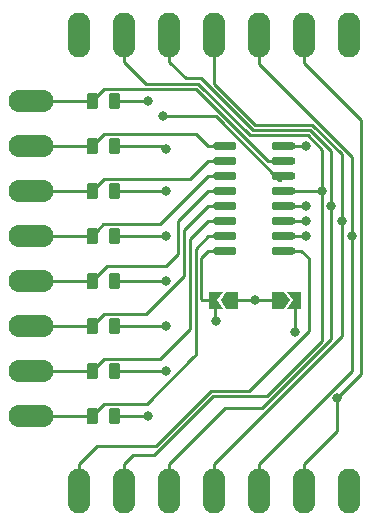
<source format=gbr>
G04 #@! TF.GenerationSoftware,KiCad,Pcbnew,5.1.5-5.1.5*
G04 #@! TF.CreationDate,2020-09-02T20:46:33-05:00*
G04 #@! TF.ProjectId,74HC597-Breakout,37344843-3539-4372-9d42-7265616b6f75,rev?*
G04 #@! TF.SameCoordinates,Original*
G04 #@! TF.FileFunction,Copper,L1,Top*
G04 #@! TF.FilePolarity,Positive*
%FSLAX46Y46*%
G04 Gerber Fmt 4.6, Leading zero omitted, Abs format (unit mm)*
G04 Created by KiCad (PCBNEW 5.1.5-5.1.5) date 2020-09-02 20:46:33*
%MOMM*%
%LPD*%
G04 APERTURE LIST*
%ADD10O,3.810000X1.905000*%
%ADD11O,1.905000X3.810000*%
%ADD12C,0.100000*%
%ADD13C,0.800000*%
%ADD14C,0.250000*%
G04 APERTURE END LIST*
D10*
X128524000Y-128270000D03*
X128524000Y-124460000D03*
X128524000Y-120650000D03*
X128524000Y-101600000D03*
X128524000Y-105410000D03*
X128524000Y-116840000D03*
X128524000Y-113030000D03*
X128524000Y-109220000D03*
D11*
X132588000Y-96012000D03*
X136398000Y-96012000D03*
X155448000Y-96012000D03*
X151638000Y-96012000D03*
X140208000Y-96012000D03*
X144018000Y-96012000D03*
X147828000Y-96012000D03*
X155448000Y-134620000D03*
X151638000Y-134620000D03*
X132588000Y-134620000D03*
X136398000Y-134620000D03*
X147828000Y-134620000D03*
X144018000Y-134620000D03*
X140208000Y-134620000D03*
G04 #@! TA.AperFunction,SMDPad,CuDef*
D12*
G36*
X150389000Y-118491000D02*
G01*
X149889000Y-119241000D01*
X148889000Y-119241000D01*
X148889000Y-117741000D01*
X149889000Y-117741000D01*
X150389000Y-118491000D01*
G37*
G04 #@! TD.AperFunction*
G04 #@! TA.AperFunction,SMDPad,CuDef*
G36*
X151339000Y-119241000D02*
G01*
X150189000Y-119241000D01*
X150689000Y-118491000D01*
X150189000Y-117741000D01*
X151339000Y-117741000D01*
X151339000Y-119241000D01*
G37*
G04 #@! TD.AperFunction*
G04 #@! TA.AperFunction,SMDPad,CuDef*
G36*
X143592000Y-117741000D02*
G01*
X144742000Y-117741000D01*
X144242000Y-118491000D01*
X144742000Y-119241000D01*
X143592000Y-119241000D01*
X143592000Y-117741000D01*
G37*
G04 #@! TD.AperFunction*
G04 #@! TA.AperFunction,SMDPad,CuDef*
G36*
X144542000Y-118491000D02*
G01*
X145042000Y-117741000D01*
X146042000Y-117741000D01*
X146042000Y-119241000D01*
X145042000Y-119241000D01*
X144542000Y-118491000D01*
G37*
G04 #@! TD.AperFunction*
G04 #@! TA.AperFunction,SMDPad,CuDef*
G36*
X135825142Y-100901174D02*
G01*
X135848803Y-100904684D01*
X135872007Y-100910496D01*
X135894529Y-100918554D01*
X135916153Y-100928782D01*
X135936670Y-100941079D01*
X135955883Y-100955329D01*
X135973607Y-100971393D01*
X135989671Y-100989117D01*
X136003921Y-101008330D01*
X136016218Y-101028847D01*
X136026446Y-101050471D01*
X136034504Y-101072993D01*
X136040316Y-101096197D01*
X136043826Y-101119858D01*
X136045000Y-101143750D01*
X136045000Y-102056250D01*
X136043826Y-102080142D01*
X136040316Y-102103803D01*
X136034504Y-102127007D01*
X136026446Y-102149529D01*
X136016218Y-102171153D01*
X136003921Y-102191670D01*
X135989671Y-102210883D01*
X135973607Y-102228607D01*
X135955883Y-102244671D01*
X135936670Y-102258921D01*
X135916153Y-102271218D01*
X135894529Y-102281446D01*
X135872007Y-102289504D01*
X135848803Y-102295316D01*
X135825142Y-102298826D01*
X135801250Y-102300000D01*
X135313750Y-102300000D01*
X135289858Y-102298826D01*
X135266197Y-102295316D01*
X135242993Y-102289504D01*
X135220471Y-102281446D01*
X135198847Y-102271218D01*
X135178330Y-102258921D01*
X135159117Y-102244671D01*
X135141393Y-102228607D01*
X135125329Y-102210883D01*
X135111079Y-102191670D01*
X135098782Y-102171153D01*
X135088554Y-102149529D01*
X135080496Y-102127007D01*
X135074684Y-102103803D01*
X135071174Y-102080142D01*
X135070000Y-102056250D01*
X135070000Y-101143750D01*
X135071174Y-101119858D01*
X135074684Y-101096197D01*
X135080496Y-101072993D01*
X135088554Y-101050471D01*
X135098782Y-101028847D01*
X135111079Y-101008330D01*
X135125329Y-100989117D01*
X135141393Y-100971393D01*
X135159117Y-100955329D01*
X135178330Y-100941079D01*
X135198847Y-100928782D01*
X135220471Y-100918554D01*
X135242993Y-100910496D01*
X135266197Y-100904684D01*
X135289858Y-100901174D01*
X135313750Y-100900000D01*
X135801250Y-100900000D01*
X135825142Y-100901174D01*
G37*
G04 #@! TD.AperFunction*
G04 #@! TA.AperFunction,SMDPad,CuDef*
G36*
X133950142Y-100901174D02*
G01*
X133973803Y-100904684D01*
X133997007Y-100910496D01*
X134019529Y-100918554D01*
X134041153Y-100928782D01*
X134061670Y-100941079D01*
X134080883Y-100955329D01*
X134098607Y-100971393D01*
X134114671Y-100989117D01*
X134128921Y-101008330D01*
X134141218Y-101028847D01*
X134151446Y-101050471D01*
X134159504Y-101072993D01*
X134165316Y-101096197D01*
X134168826Y-101119858D01*
X134170000Y-101143750D01*
X134170000Y-102056250D01*
X134168826Y-102080142D01*
X134165316Y-102103803D01*
X134159504Y-102127007D01*
X134151446Y-102149529D01*
X134141218Y-102171153D01*
X134128921Y-102191670D01*
X134114671Y-102210883D01*
X134098607Y-102228607D01*
X134080883Y-102244671D01*
X134061670Y-102258921D01*
X134041153Y-102271218D01*
X134019529Y-102281446D01*
X133997007Y-102289504D01*
X133973803Y-102295316D01*
X133950142Y-102298826D01*
X133926250Y-102300000D01*
X133438750Y-102300000D01*
X133414858Y-102298826D01*
X133391197Y-102295316D01*
X133367993Y-102289504D01*
X133345471Y-102281446D01*
X133323847Y-102271218D01*
X133303330Y-102258921D01*
X133284117Y-102244671D01*
X133266393Y-102228607D01*
X133250329Y-102210883D01*
X133236079Y-102191670D01*
X133223782Y-102171153D01*
X133213554Y-102149529D01*
X133205496Y-102127007D01*
X133199684Y-102103803D01*
X133196174Y-102080142D01*
X133195000Y-102056250D01*
X133195000Y-101143750D01*
X133196174Y-101119858D01*
X133199684Y-101096197D01*
X133205496Y-101072993D01*
X133213554Y-101050471D01*
X133223782Y-101028847D01*
X133236079Y-101008330D01*
X133250329Y-100989117D01*
X133266393Y-100971393D01*
X133284117Y-100955329D01*
X133303330Y-100941079D01*
X133323847Y-100928782D01*
X133345471Y-100918554D01*
X133367993Y-100910496D01*
X133391197Y-100904684D01*
X133414858Y-100901174D01*
X133438750Y-100900000D01*
X133926250Y-100900000D01*
X133950142Y-100901174D01*
G37*
G04 #@! TD.AperFunction*
G04 #@! TA.AperFunction,SMDPad,CuDef*
G36*
X133950142Y-104711174D02*
G01*
X133973803Y-104714684D01*
X133997007Y-104720496D01*
X134019529Y-104728554D01*
X134041153Y-104738782D01*
X134061670Y-104751079D01*
X134080883Y-104765329D01*
X134098607Y-104781393D01*
X134114671Y-104799117D01*
X134128921Y-104818330D01*
X134141218Y-104838847D01*
X134151446Y-104860471D01*
X134159504Y-104882993D01*
X134165316Y-104906197D01*
X134168826Y-104929858D01*
X134170000Y-104953750D01*
X134170000Y-105866250D01*
X134168826Y-105890142D01*
X134165316Y-105913803D01*
X134159504Y-105937007D01*
X134151446Y-105959529D01*
X134141218Y-105981153D01*
X134128921Y-106001670D01*
X134114671Y-106020883D01*
X134098607Y-106038607D01*
X134080883Y-106054671D01*
X134061670Y-106068921D01*
X134041153Y-106081218D01*
X134019529Y-106091446D01*
X133997007Y-106099504D01*
X133973803Y-106105316D01*
X133950142Y-106108826D01*
X133926250Y-106110000D01*
X133438750Y-106110000D01*
X133414858Y-106108826D01*
X133391197Y-106105316D01*
X133367993Y-106099504D01*
X133345471Y-106091446D01*
X133323847Y-106081218D01*
X133303330Y-106068921D01*
X133284117Y-106054671D01*
X133266393Y-106038607D01*
X133250329Y-106020883D01*
X133236079Y-106001670D01*
X133223782Y-105981153D01*
X133213554Y-105959529D01*
X133205496Y-105937007D01*
X133199684Y-105913803D01*
X133196174Y-105890142D01*
X133195000Y-105866250D01*
X133195000Y-104953750D01*
X133196174Y-104929858D01*
X133199684Y-104906197D01*
X133205496Y-104882993D01*
X133213554Y-104860471D01*
X133223782Y-104838847D01*
X133236079Y-104818330D01*
X133250329Y-104799117D01*
X133266393Y-104781393D01*
X133284117Y-104765329D01*
X133303330Y-104751079D01*
X133323847Y-104738782D01*
X133345471Y-104728554D01*
X133367993Y-104720496D01*
X133391197Y-104714684D01*
X133414858Y-104711174D01*
X133438750Y-104710000D01*
X133926250Y-104710000D01*
X133950142Y-104711174D01*
G37*
G04 #@! TD.AperFunction*
G04 #@! TA.AperFunction,SMDPad,CuDef*
G36*
X135825142Y-104711174D02*
G01*
X135848803Y-104714684D01*
X135872007Y-104720496D01*
X135894529Y-104728554D01*
X135916153Y-104738782D01*
X135936670Y-104751079D01*
X135955883Y-104765329D01*
X135973607Y-104781393D01*
X135989671Y-104799117D01*
X136003921Y-104818330D01*
X136016218Y-104838847D01*
X136026446Y-104860471D01*
X136034504Y-104882993D01*
X136040316Y-104906197D01*
X136043826Y-104929858D01*
X136045000Y-104953750D01*
X136045000Y-105866250D01*
X136043826Y-105890142D01*
X136040316Y-105913803D01*
X136034504Y-105937007D01*
X136026446Y-105959529D01*
X136016218Y-105981153D01*
X136003921Y-106001670D01*
X135989671Y-106020883D01*
X135973607Y-106038607D01*
X135955883Y-106054671D01*
X135936670Y-106068921D01*
X135916153Y-106081218D01*
X135894529Y-106091446D01*
X135872007Y-106099504D01*
X135848803Y-106105316D01*
X135825142Y-106108826D01*
X135801250Y-106110000D01*
X135313750Y-106110000D01*
X135289858Y-106108826D01*
X135266197Y-106105316D01*
X135242993Y-106099504D01*
X135220471Y-106091446D01*
X135198847Y-106081218D01*
X135178330Y-106068921D01*
X135159117Y-106054671D01*
X135141393Y-106038607D01*
X135125329Y-106020883D01*
X135111079Y-106001670D01*
X135098782Y-105981153D01*
X135088554Y-105959529D01*
X135080496Y-105937007D01*
X135074684Y-105913803D01*
X135071174Y-105890142D01*
X135070000Y-105866250D01*
X135070000Y-104953750D01*
X135071174Y-104929858D01*
X135074684Y-104906197D01*
X135080496Y-104882993D01*
X135088554Y-104860471D01*
X135098782Y-104838847D01*
X135111079Y-104818330D01*
X135125329Y-104799117D01*
X135141393Y-104781393D01*
X135159117Y-104765329D01*
X135178330Y-104751079D01*
X135198847Y-104738782D01*
X135220471Y-104728554D01*
X135242993Y-104720496D01*
X135266197Y-104714684D01*
X135289858Y-104711174D01*
X135313750Y-104710000D01*
X135801250Y-104710000D01*
X135825142Y-104711174D01*
G37*
G04 #@! TD.AperFunction*
G04 #@! TA.AperFunction,SMDPad,CuDef*
G36*
X135825142Y-108521174D02*
G01*
X135848803Y-108524684D01*
X135872007Y-108530496D01*
X135894529Y-108538554D01*
X135916153Y-108548782D01*
X135936670Y-108561079D01*
X135955883Y-108575329D01*
X135973607Y-108591393D01*
X135989671Y-108609117D01*
X136003921Y-108628330D01*
X136016218Y-108648847D01*
X136026446Y-108670471D01*
X136034504Y-108692993D01*
X136040316Y-108716197D01*
X136043826Y-108739858D01*
X136045000Y-108763750D01*
X136045000Y-109676250D01*
X136043826Y-109700142D01*
X136040316Y-109723803D01*
X136034504Y-109747007D01*
X136026446Y-109769529D01*
X136016218Y-109791153D01*
X136003921Y-109811670D01*
X135989671Y-109830883D01*
X135973607Y-109848607D01*
X135955883Y-109864671D01*
X135936670Y-109878921D01*
X135916153Y-109891218D01*
X135894529Y-109901446D01*
X135872007Y-109909504D01*
X135848803Y-109915316D01*
X135825142Y-109918826D01*
X135801250Y-109920000D01*
X135313750Y-109920000D01*
X135289858Y-109918826D01*
X135266197Y-109915316D01*
X135242993Y-109909504D01*
X135220471Y-109901446D01*
X135198847Y-109891218D01*
X135178330Y-109878921D01*
X135159117Y-109864671D01*
X135141393Y-109848607D01*
X135125329Y-109830883D01*
X135111079Y-109811670D01*
X135098782Y-109791153D01*
X135088554Y-109769529D01*
X135080496Y-109747007D01*
X135074684Y-109723803D01*
X135071174Y-109700142D01*
X135070000Y-109676250D01*
X135070000Y-108763750D01*
X135071174Y-108739858D01*
X135074684Y-108716197D01*
X135080496Y-108692993D01*
X135088554Y-108670471D01*
X135098782Y-108648847D01*
X135111079Y-108628330D01*
X135125329Y-108609117D01*
X135141393Y-108591393D01*
X135159117Y-108575329D01*
X135178330Y-108561079D01*
X135198847Y-108548782D01*
X135220471Y-108538554D01*
X135242993Y-108530496D01*
X135266197Y-108524684D01*
X135289858Y-108521174D01*
X135313750Y-108520000D01*
X135801250Y-108520000D01*
X135825142Y-108521174D01*
G37*
G04 #@! TD.AperFunction*
G04 #@! TA.AperFunction,SMDPad,CuDef*
G36*
X133950142Y-108521174D02*
G01*
X133973803Y-108524684D01*
X133997007Y-108530496D01*
X134019529Y-108538554D01*
X134041153Y-108548782D01*
X134061670Y-108561079D01*
X134080883Y-108575329D01*
X134098607Y-108591393D01*
X134114671Y-108609117D01*
X134128921Y-108628330D01*
X134141218Y-108648847D01*
X134151446Y-108670471D01*
X134159504Y-108692993D01*
X134165316Y-108716197D01*
X134168826Y-108739858D01*
X134170000Y-108763750D01*
X134170000Y-109676250D01*
X134168826Y-109700142D01*
X134165316Y-109723803D01*
X134159504Y-109747007D01*
X134151446Y-109769529D01*
X134141218Y-109791153D01*
X134128921Y-109811670D01*
X134114671Y-109830883D01*
X134098607Y-109848607D01*
X134080883Y-109864671D01*
X134061670Y-109878921D01*
X134041153Y-109891218D01*
X134019529Y-109901446D01*
X133997007Y-109909504D01*
X133973803Y-109915316D01*
X133950142Y-109918826D01*
X133926250Y-109920000D01*
X133438750Y-109920000D01*
X133414858Y-109918826D01*
X133391197Y-109915316D01*
X133367993Y-109909504D01*
X133345471Y-109901446D01*
X133323847Y-109891218D01*
X133303330Y-109878921D01*
X133284117Y-109864671D01*
X133266393Y-109848607D01*
X133250329Y-109830883D01*
X133236079Y-109811670D01*
X133223782Y-109791153D01*
X133213554Y-109769529D01*
X133205496Y-109747007D01*
X133199684Y-109723803D01*
X133196174Y-109700142D01*
X133195000Y-109676250D01*
X133195000Y-108763750D01*
X133196174Y-108739858D01*
X133199684Y-108716197D01*
X133205496Y-108692993D01*
X133213554Y-108670471D01*
X133223782Y-108648847D01*
X133236079Y-108628330D01*
X133250329Y-108609117D01*
X133266393Y-108591393D01*
X133284117Y-108575329D01*
X133303330Y-108561079D01*
X133323847Y-108548782D01*
X133345471Y-108538554D01*
X133367993Y-108530496D01*
X133391197Y-108524684D01*
X133414858Y-108521174D01*
X133438750Y-108520000D01*
X133926250Y-108520000D01*
X133950142Y-108521174D01*
G37*
G04 #@! TD.AperFunction*
G04 #@! TA.AperFunction,SMDPad,CuDef*
G36*
X133950142Y-112331174D02*
G01*
X133973803Y-112334684D01*
X133997007Y-112340496D01*
X134019529Y-112348554D01*
X134041153Y-112358782D01*
X134061670Y-112371079D01*
X134080883Y-112385329D01*
X134098607Y-112401393D01*
X134114671Y-112419117D01*
X134128921Y-112438330D01*
X134141218Y-112458847D01*
X134151446Y-112480471D01*
X134159504Y-112502993D01*
X134165316Y-112526197D01*
X134168826Y-112549858D01*
X134170000Y-112573750D01*
X134170000Y-113486250D01*
X134168826Y-113510142D01*
X134165316Y-113533803D01*
X134159504Y-113557007D01*
X134151446Y-113579529D01*
X134141218Y-113601153D01*
X134128921Y-113621670D01*
X134114671Y-113640883D01*
X134098607Y-113658607D01*
X134080883Y-113674671D01*
X134061670Y-113688921D01*
X134041153Y-113701218D01*
X134019529Y-113711446D01*
X133997007Y-113719504D01*
X133973803Y-113725316D01*
X133950142Y-113728826D01*
X133926250Y-113730000D01*
X133438750Y-113730000D01*
X133414858Y-113728826D01*
X133391197Y-113725316D01*
X133367993Y-113719504D01*
X133345471Y-113711446D01*
X133323847Y-113701218D01*
X133303330Y-113688921D01*
X133284117Y-113674671D01*
X133266393Y-113658607D01*
X133250329Y-113640883D01*
X133236079Y-113621670D01*
X133223782Y-113601153D01*
X133213554Y-113579529D01*
X133205496Y-113557007D01*
X133199684Y-113533803D01*
X133196174Y-113510142D01*
X133195000Y-113486250D01*
X133195000Y-112573750D01*
X133196174Y-112549858D01*
X133199684Y-112526197D01*
X133205496Y-112502993D01*
X133213554Y-112480471D01*
X133223782Y-112458847D01*
X133236079Y-112438330D01*
X133250329Y-112419117D01*
X133266393Y-112401393D01*
X133284117Y-112385329D01*
X133303330Y-112371079D01*
X133323847Y-112358782D01*
X133345471Y-112348554D01*
X133367993Y-112340496D01*
X133391197Y-112334684D01*
X133414858Y-112331174D01*
X133438750Y-112330000D01*
X133926250Y-112330000D01*
X133950142Y-112331174D01*
G37*
G04 #@! TD.AperFunction*
G04 #@! TA.AperFunction,SMDPad,CuDef*
G36*
X135825142Y-112331174D02*
G01*
X135848803Y-112334684D01*
X135872007Y-112340496D01*
X135894529Y-112348554D01*
X135916153Y-112358782D01*
X135936670Y-112371079D01*
X135955883Y-112385329D01*
X135973607Y-112401393D01*
X135989671Y-112419117D01*
X136003921Y-112438330D01*
X136016218Y-112458847D01*
X136026446Y-112480471D01*
X136034504Y-112502993D01*
X136040316Y-112526197D01*
X136043826Y-112549858D01*
X136045000Y-112573750D01*
X136045000Y-113486250D01*
X136043826Y-113510142D01*
X136040316Y-113533803D01*
X136034504Y-113557007D01*
X136026446Y-113579529D01*
X136016218Y-113601153D01*
X136003921Y-113621670D01*
X135989671Y-113640883D01*
X135973607Y-113658607D01*
X135955883Y-113674671D01*
X135936670Y-113688921D01*
X135916153Y-113701218D01*
X135894529Y-113711446D01*
X135872007Y-113719504D01*
X135848803Y-113725316D01*
X135825142Y-113728826D01*
X135801250Y-113730000D01*
X135313750Y-113730000D01*
X135289858Y-113728826D01*
X135266197Y-113725316D01*
X135242993Y-113719504D01*
X135220471Y-113711446D01*
X135198847Y-113701218D01*
X135178330Y-113688921D01*
X135159117Y-113674671D01*
X135141393Y-113658607D01*
X135125329Y-113640883D01*
X135111079Y-113621670D01*
X135098782Y-113601153D01*
X135088554Y-113579529D01*
X135080496Y-113557007D01*
X135074684Y-113533803D01*
X135071174Y-113510142D01*
X135070000Y-113486250D01*
X135070000Y-112573750D01*
X135071174Y-112549858D01*
X135074684Y-112526197D01*
X135080496Y-112502993D01*
X135088554Y-112480471D01*
X135098782Y-112458847D01*
X135111079Y-112438330D01*
X135125329Y-112419117D01*
X135141393Y-112401393D01*
X135159117Y-112385329D01*
X135178330Y-112371079D01*
X135198847Y-112358782D01*
X135220471Y-112348554D01*
X135242993Y-112340496D01*
X135266197Y-112334684D01*
X135289858Y-112331174D01*
X135313750Y-112330000D01*
X135801250Y-112330000D01*
X135825142Y-112331174D01*
G37*
G04 #@! TD.AperFunction*
G04 #@! TA.AperFunction,SMDPad,CuDef*
G36*
X135825142Y-116141174D02*
G01*
X135848803Y-116144684D01*
X135872007Y-116150496D01*
X135894529Y-116158554D01*
X135916153Y-116168782D01*
X135936670Y-116181079D01*
X135955883Y-116195329D01*
X135973607Y-116211393D01*
X135989671Y-116229117D01*
X136003921Y-116248330D01*
X136016218Y-116268847D01*
X136026446Y-116290471D01*
X136034504Y-116312993D01*
X136040316Y-116336197D01*
X136043826Y-116359858D01*
X136045000Y-116383750D01*
X136045000Y-117296250D01*
X136043826Y-117320142D01*
X136040316Y-117343803D01*
X136034504Y-117367007D01*
X136026446Y-117389529D01*
X136016218Y-117411153D01*
X136003921Y-117431670D01*
X135989671Y-117450883D01*
X135973607Y-117468607D01*
X135955883Y-117484671D01*
X135936670Y-117498921D01*
X135916153Y-117511218D01*
X135894529Y-117521446D01*
X135872007Y-117529504D01*
X135848803Y-117535316D01*
X135825142Y-117538826D01*
X135801250Y-117540000D01*
X135313750Y-117540000D01*
X135289858Y-117538826D01*
X135266197Y-117535316D01*
X135242993Y-117529504D01*
X135220471Y-117521446D01*
X135198847Y-117511218D01*
X135178330Y-117498921D01*
X135159117Y-117484671D01*
X135141393Y-117468607D01*
X135125329Y-117450883D01*
X135111079Y-117431670D01*
X135098782Y-117411153D01*
X135088554Y-117389529D01*
X135080496Y-117367007D01*
X135074684Y-117343803D01*
X135071174Y-117320142D01*
X135070000Y-117296250D01*
X135070000Y-116383750D01*
X135071174Y-116359858D01*
X135074684Y-116336197D01*
X135080496Y-116312993D01*
X135088554Y-116290471D01*
X135098782Y-116268847D01*
X135111079Y-116248330D01*
X135125329Y-116229117D01*
X135141393Y-116211393D01*
X135159117Y-116195329D01*
X135178330Y-116181079D01*
X135198847Y-116168782D01*
X135220471Y-116158554D01*
X135242993Y-116150496D01*
X135266197Y-116144684D01*
X135289858Y-116141174D01*
X135313750Y-116140000D01*
X135801250Y-116140000D01*
X135825142Y-116141174D01*
G37*
G04 #@! TD.AperFunction*
G04 #@! TA.AperFunction,SMDPad,CuDef*
G36*
X133950142Y-116141174D02*
G01*
X133973803Y-116144684D01*
X133997007Y-116150496D01*
X134019529Y-116158554D01*
X134041153Y-116168782D01*
X134061670Y-116181079D01*
X134080883Y-116195329D01*
X134098607Y-116211393D01*
X134114671Y-116229117D01*
X134128921Y-116248330D01*
X134141218Y-116268847D01*
X134151446Y-116290471D01*
X134159504Y-116312993D01*
X134165316Y-116336197D01*
X134168826Y-116359858D01*
X134170000Y-116383750D01*
X134170000Y-117296250D01*
X134168826Y-117320142D01*
X134165316Y-117343803D01*
X134159504Y-117367007D01*
X134151446Y-117389529D01*
X134141218Y-117411153D01*
X134128921Y-117431670D01*
X134114671Y-117450883D01*
X134098607Y-117468607D01*
X134080883Y-117484671D01*
X134061670Y-117498921D01*
X134041153Y-117511218D01*
X134019529Y-117521446D01*
X133997007Y-117529504D01*
X133973803Y-117535316D01*
X133950142Y-117538826D01*
X133926250Y-117540000D01*
X133438750Y-117540000D01*
X133414858Y-117538826D01*
X133391197Y-117535316D01*
X133367993Y-117529504D01*
X133345471Y-117521446D01*
X133323847Y-117511218D01*
X133303330Y-117498921D01*
X133284117Y-117484671D01*
X133266393Y-117468607D01*
X133250329Y-117450883D01*
X133236079Y-117431670D01*
X133223782Y-117411153D01*
X133213554Y-117389529D01*
X133205496Y-117367007D01*
X133199684Y-117343803D01*
X133196174Y-117320142D01*
X133195000Y-117296250D01*
X133195000Y-116383750D01*
X133196174Y-116359858D01*
X133199684Y-116336197D01*
X133205496Y-116312993D01*
X133213554Y-116290471D01*
X133223782Y-116268847D01*
X133236079Y-116248330D01*
X133250329Y-116229117D01*
X133266393Y-116211393D01*
X133284117Y-116195329D01*
X133303330Y-116181079D01*
X133323847Y-116168782D01*
X133345471Y-116158554D01*
X133367993Y-116150496D01*
X133391197Y-116144684D01*
X133414858Y-116141174D01*
X133438750Y-116140000D01*
X133926250Y-116140000D01*
X133950142Y-116141174D01*
G37*
G04 #@! TD.AperFunction*
G04 #@! TA.AperFunction,SMDPad,CuDef*
G36*
X135825142Y-119951174D02*
G01*
X135848803Y-119954684D01*
X135872007Y-119960496D01*
X135894529Y-119968554D01*
X135916153Y-119978782D01*
X135936670Y-119991079D01*
X135955883Y-120005329D01*
X135973607Y-120021393D01*
X135989671Y-120039117D01*
X136003921Y-120058330D01*
X136016218Y-120078847D01*
X136026446Y-120100471D01*
X136034504Y-120122993D01*
X136040316Y-120146197D01*
X136043826Y-120169858D01*
X136045000Y-120193750D01*
X136045000Y-121106250D01*
X136043826Y-121130142D01*
X136040316Y-121153803D01*
X136034504Y-121177007D01*
X136026446Y-121199529D01*
X136016218Y-121221153D01*
X136003921Y-121241670D01*
X135989671Y-121260883D01*
X135973607Y-121278607D01*
X135955883Y-121294671D01*
X135936670Y-121308921D01*
X135916153Y-121321218D01*
X135894529Y-121331446D01*
X135872007Y-121339504D01*
X135848803Y-121345316D01*
X135825142Y-121348826D01*
X135801250Y-121350000D01*
X135313750Y-121350000D01*
X135289858Y-121348826D01*
X135266197Y-121345316D01*
X135242993Y-121339504D01*
X135220471Y-121331446D01*
X135198847Y-121321218D01*
X135178330Y-121308921D01*
X135159117Y-121294671D01*
X135141393Y-121278607D01*
X135125329Y-121260883D01*
X135111079Y-121241670D01*
X135098782Y-121221153D01*
X135088554Y-121199529D01*
X135080496Y-121177007D01*
X135074684Y-121153803D01*
X135071174Y-121130142D01*
X135070000Y-121106250D01*
X135070000Y-120193750D01*
X135071174Y-120169858D01*
X135074684Y-120146197D01*
X135080496Y-120122993D01*
X135088554Y-120100471D01*
X135098782Y-120078847D01*
X135111079Y-120058330D01*
X135125329Y-120039117D01*
X135141393Y-120021393D01*
X135159117Y-120005329D01*
X135178330Y-119991079D01*
X135198847Y-119978782D01*
X135220471Y-119968554D01*
X135242993Y-119960496D01*
X135266197Y-119954684D01*
X135289858Y-119951174D01*
X135313750Y-119950000D01*
X135801250Y-119950000D01*
X135825142Y-119951174D01*
G37*
G04 #@! TD.AperFunction*
G04 #@! TA.AperFunction,SMDPad,CuDef*
G36*
X133950142Y-119951174D02*
G01*
X133973803Y-119954684D01*
X133997007Y-119960496D01*
X134019529Y-119968554D01*
X134041153Y-119978782D01*
X134061670Y-119991079D01*
X134080883Y-120005329D01*
X134098607Y-120021393D01*
X134114671Y-120039117D01*
X134128921Y-120058330D01*
X134141218Y-120078847D01*
X134151446Y-120100471D01*
X134159504Y-120122993D01*
X134165316Y-120146197D01*
X134168826Y-120169858D01*
X134170000Y-120193750D01*
X134170000Y-121106250D01*
X134168826Y-121130142D01*
X134165316Y-121153803D01*
X134159504Y-121177007D01*
X134151446Y-121199529D01*
X134141218Y-121221153D01*
X134128921Y-121241670D01*
X134114671Y-121260883D01*
X134098607Y-121278607D01*
X134080883Y-121294671D01*
X134061670Y-121308921D01*
X134041153Y-121321218D01*
X134019529Y-121331446D01*
X133997007Y-121339504D01*
X133973803Y-121345316D01*
X133950142Y-121348826D01*
X133926250Y-121350000D01*
X133438750Y-121350000D01*
X133414858Y-121348826D01*
X133391197Y-121345316D01*
X133367993Y-121339504D01*
X133345471Y-121331446D01*
X133323847Y-121321218D01*
X133303330Y-121308921D01*
X133284117Y-121294671D01*
X133266393Y-121278607D01*
X133250329Y-121260883D01*
X133236079Y-121241670D01*
X133223782Y-121221153D01*
X133213554Y-121199529D01*
X133205496Y-121177007D01*
X133199684Y-121153803D01*
X133196174Y-121130142D01*
X133195000Y-121106250D01*
X133195000Y-120193750D01*
X133196174Y-120169858D01*
X133199684Y-120146197D01*
X133205496Y-120122993D01*
X133213554Y-120100471D01*
X133223782Y-120078847D01*
X133236079Y-120058330D01*
X133250329Y-120039117D01*
X133266393Y-120021393D01*
X133284117Y-120005329D01*
X133303330Y-119991079D01*
X133323847Y-119978782D01*
X133345471Y-119968554D01*
X133367993Y-119960496D01*
X133391197Y-119954684D01*
X133414858Y-119951174D01*
X133438750Y-119950000D01*
X133926250Y-119950000D01*
X133950142Y-119951174D01*
G37*
G04 #@! TD.AperFunction*
G04 #@! TA.AperFunction,SMDPad,CuDef*
G36*
X133950142Y-123761174D02*
G01*
X133973803Y-123764684D01*
X133997007Y-123770496D01*
X134019529Y-123778554D01*
X134041153Y-123788782D01*
X134061670Y-123801079D01*
X134080883Y-123815329D01*
X134098607Y-123831393D01*
X134114671Y-123849117D01*
X134128921Y-123868330D01*
X134141218Y-123888847D01*
X134151446Y-123910471D01*
X134159504Y-123932993D01*
X134165316Y-123956197D01*
X134168826Y-123979858D01*
X134170000Y-124003750D01*
X134170000Y-124916250D01*
X134168826Y-124940142D01*
X134165316Y-124963803D01*
X134159504Y-124987007D01*
X134151446Y-125009529D01*
X134141218Y-125031153D01*
X134128921Y-125051670D01*
X134114671Y-125070883D01*
X134098607Y-125088607D01*
X134080883Y-125104671D01*
X134061670Y-125118921D01*
X134041153Y-125131218D01*
X134019529Y-125141446D01*
X133997007Y-125149504D01*
X133973803Y-125155316D01*
X133950142Y-125158826D01*
X133926250Y-125160000D01*
X133438750Y-125160000D01*
X133414858Y-125158826D01*
X133391197Y-125155316D01*
X133367993Y-125149504D01*
X133345471Y-125141446D01*
X133323847Y-125131218D01*
X133303330Y-125118921D01*
X133284117Y-125104671D01*
X133266393Y-125088607D01*
X133250329Y-125070883D01*
X133236079Y-125051670D01*
X133223782Y-125031153D01*
X133213554Y-125009529D01*
X133205496Y-124987007D01*
X133199684Y-124963803D01*
X133196174Y-124940142D01*
X133195000Y-124916250D01*
X133195000Y-124003750D01*
X133196174Y-123979858D01*
X133199684Y-123956197D01*
X133205496Y-123932993D01*
X133213554Y-123910471D01*
X133223782Y-123888847D01*
X133236079Y-123868330D01*
X133250329Y-123849117D01*
X133266393Y-123831393D01*
X133284117Y-123815329D01*
X133303330Y-123801079D01*
X133323847Y-123788782D01*
X133345471Y-123778554D01*
X133367993Y-123770496D01*
X133391197Y-123764684D01*
X133414858Y-123761174D01*
X133438750Y-123760000D01*
X133926250Y-123760000D01*
X133950142Y-123761174D01*
G37*
G04 #@! TD.AperFunction*
G04 #@! TA.AperFunction,SMDPad,CuDef*
G36*
X135825142Y-123761174D02*
G01*
X135848803Y-123764684D01*
X135872007Y-123770496D01*
X135894529Y-123778554D01*
X135916153Y-123788782D01*
X135936670Y-123801079D01*
X135955883Y-123815329D01*
X135973607Y-123831393D01*
X135989671Y-123849117D01*
X136003921Y-123868330D01*
X136016218Y-123888847D01*
X136026446Y-123910471D01*
X136034504Y-123932993D01*
X136040316Y-123956197D01*
X136043826Y-123979858D01*
X136045000Y-124003750D01*
X136045000Y-124916250D01*
X136043826Y-124940142D01*
X136040316Y-124963803D01*
X136034504Y-124987007D01*
X136026446Y-125009529D01*
X136016218Y-125031153D01*
X136003921Y-125051670D01*
X135989671Y-125070883D01*
X135973607Y-125088607D01*
X135955883Y-125104671D01*
X135936670Y-125118921D01*
X135916153Y-125131218D01*
X135894529Y-125141446D01*
X135872007Y-125149504D01*
X135848803Y-125155316D01*
X135825142Y-125158826D01*
X135801250Y-125160000D01*
X135313750Y-125160000D01*
X135289858Y-125158826D01*
X135266197Y-125155316D01*
X135242993Y-125149504D01*
X135220471Y-125141446D01*
X135198847Y-125131218D01*
X135178330Y-125118921D01*
X135159117Y-125104671D01*
X135141393Y-125088607D01*
X135125329Y-125070883D01*
X135111079Y-125051670D01*
X135098782Y-125031153D01*
X135088554Y-125009529D01*
X135080496Y-124987007D01*
X135074684Y-124963803D01*
X135071174Y-124940142D01*
X135070000Y-124916250D01*
X135070000Y-124003750D01*
X135071174Y-123979858D01*
X135074684Y-123956197D01*
X135080496Y-123932993D01*
X135088554Y-123910471D01*
X135098782Y-123888847D01*
X135111079Y-123868330D01*
X135125329Y-123849117D01*
X135141393Y-123831393D01*
X135159117Y-123815329D01*
X135178330Y-123801079D01*
X135198847Y-123788782D01*
X135220471Y-123778554D01*
X135242993Y-123770496D01*
X135266197Y-123764684D01*
X135289858Y-123761174D01*
X135313750Y-123760000D01*
X135801250Y-123760000D01*
X135825142Y-123761174D01*
G37*
G04 #@! TD.AperFunction*
G04 #@! TA.AperFunction,SMDPad,CuDef*
G36*
X135825142Y-127571174D02*
G01*
X135848803Y-127574684D01*
X135872007Y-127580496D01*
X135894529Y-127588554D01*
X135916153Y-127598782D01*
X135936670Y-127611079D01*
X135955883Y-127625329D01*
X135973607Y-127641393D01*
X135989671Y-127659117D01*
X136003921Y-127678330D01*
X136016218Y-127698847D01*
X136026446Y-127720471D01*
X136034504Y-127742993D01*
X136040316Y-127766197D01*
X136043826Y-127789858D01*
X136045000Y-127813750D01*
X136045000Y-128726250D01*
X136043826Y-128750142D01*
X136040316Y-128773803D01*
X136034504Y-128797007D01*
X136026446Y-128819529D01*
X136016218Y-128841153D01*
X136003921Y-128861670D01*
X135989671Y-128880883D01*
X135973607Y-128898607D01*
X135955883Y-128914671D01*
X135936670Y-128928921D01*
X135916153Y-128941218D01*
X135894529Y-128951446D01*
X135872007Y-128959504D01*
X135848803Y-128965316D01*
X135825142Y-128968826D01*
X135801250Y-128970000D01*
X135313750Y-128970000D01*
X135289858Y-128968826D01*
X135266197Y-128965316D01*
X135242993Y-128959504D01*
X135220471Y-128951446D01*
X135198847Y-128941218D01*
X135178330Y-128928921D01*
X135159117Y-128914671D01*
X135141393Y-128898607D01*
X135125329Y-128880883D01*
X135111079Y-128861670D01*
X135098782Y-128841153D01*
X135088554Y-128819529D01*
X135080496Y-128797007D01*
X135074684Y-128773803D01*
X135071174Y-128750142D01*
X135070000Y-128726250D01*
X135070000Y-127813750D01*
X135071174Y-127789858D01*
X135074684Y-127766197D01*
X135080496Y-127742993D01*
X135088554Y-127720471D01*
X135098782Y-127698847D01*
X135111079Y-127678330D01*
X135125329Y-127659117D01*
X135141393Y-127641393D01*
X135159117Y-127625329D01*
X135178330Y-127611079D01*
X135198847Y-127598782D01*
X135220471Y-127588554D01*
X135242993Y-127580496D01*
X135266197Y-127574684D01*
X135289858Y-127571174D01*
X135313750Y-127570000D01*
X135801250Y-127570000D01*
X135825142Y-127571174D01*
G37*
G04 #@! TD.AperFunction*
G04 #@! TA.AperFunction,SMDPad,CuDef*
G36*
X133950142Y-127571174D02*
G01*
X133973803Y-127574684D01*
X133997007Y-127580496D01*
X134019529Y-127588554D01*
X134041153Y-127598782D01*
X134061670Y-127611079D01*
X134080883Y-127625329D01*
X134098607Y-127641393D01*
X134114671Y-127659117D01*
X134128921Y-127678330D01*
X134141218Y-127698847D01*
X134151446Y-127720471D01*
X134159504Y-127742993D01*
X134165316Y-127766197D01*
X134168826Y-127789858D01*
X134170000Y-127813750D01*
X134170000Y-128726250D01*
X134168826Y-128750142D01*
X134165316Y-128773803D01*
X134159504Y-128797007D01*
X134151446Y-128819529D01*
X134141218Y-128841153D01*
X134128921Y-128861670D01*
X134114671Y-128880883D01*
X134098607Y-128898607D01*
X134080883Y-128914671D01*
X134061670Y-128928921D01*
X134041153Y-128941218D01*
X134019529Y-128951446D01*
X133997007Y-128959504D01*
X133973803Y-128965316D01*
X133950142Y-128968826D01*
X133926250Y-128970000D01*
X133438750Y-128970000D01*
X133414858Y-128968826D01*
X133391197Y-128965316D01*
X133367993Y-128959504D01*
X133345471Y-128951446D01*
X133323847Y-128941218D01*
X133303330Y-128928921D01*
X133284117Y-128914671D01*
X133266393Y-128898607D01*
X133250329Y-128880883D01*
X133236079Y-128861670D01*
X133223782Y-128841153D01*
X133213554Y-128819529D01*
X133205496Y-128797007D01*
X133199684Y-128773803D01*
X133196174Y-128750142D01*
X133195000Y-128726250D01*
X133195000Y-127813750D01*
X133196174Y-127789858D01*
X133199684Y-127766197D01*
X133205496Y-127742993D01*
X133213554Y-127720471D01*
X133223782Y-127698847D01*
X133236079Y-127678330D01*
X133250329Y-127659117D01*
X133266393Y-127641393D01*
X133284117Y-127625329D01*
X133303330Y-127611079D01*
X133323847Y-127598782D01*
X133345471Y-127588554D01*
X133367993Y-127580496D01*
X133391197Y-127574684D01*
X133414858Y-127571174D01*
X133438750Y-127570000D01*
X133926250Y-127570000D01*
X133950142Y-127571174D01*
G37*
G04 #@! TD.AperFunction*
G04 #@! TA.AperFunction,SMDPad,CuDef*
G36*
X145749703Y-105110722D02*
G01*
X145764264Y-105112882D01*
X145778543Y-105116459D01*
X145792403Y-105121418D01*
X145805710Y-105127712D01*
X145818336Y-105135280D01*
X145830159Y-105144048D01*
X145841066Y-105153934D01*
X145850952Y-105164841D01*
X145859720Y-105176664D01*
X145867288Y-105189290D01*
X145873582Y-105202597D01*
X145878541Y-105216457D01*
X145882118Y-105230736D01*
X145884278Y-105245297D01*
X145885000Y-105260000D01*
X145885000Y-105560000D01*
X145884278Y-105574703D01*
X145882118Y-105589264D01*
X145878541Y-105603543D01*
X145873582Y-105617403D01*
X145867288Y-105630710D01*
X145859720Y-105643336D01*
X145850952Y-105655159D01*
X145841066Y-105666066D01*
X145830159Y-105675952D01*
X145818336Y-105684720D01*
X145805710Y-105692288D01*
X145792403Y-105698582D01*
X145778543Y-105703541D01*
X145764264Y-105707118D01*
X145749703Y-105709278D01*
X145735000Y-105710000D01*
X144085000Y-105710000D01*
X144070297Y-105709278D01*
X144055736Y-105707118D01*
X144041457Y-105703541D01*
X144027597Y-105698582D01*
X144014290Y-105692288D01*
X144001664Y-105684720D01*
X143989841Y-105675952D01*
X143978934Y-105666066D01*
X143969048Y-105655159D01*
X143960280Y-105643336D01*
X143952712Y-105630710D01*
X143946418Y-105617403D01*
X143941459Y-105603543D01*
X143937882Y-105589264D01*
X143935722Y-105574703D01*
X143935000Y-105560000D01*
X143935000Y-105260000D01*
X143935722Y-105245297D01*
X143937882Y-105230736D01*
X143941459Y-105216457D01*
X143946418Y-105202597D01*
X143952712Y-105189290D01*
X143960280Y-105176664D01*
X143969048Y-105164841D01*
X143978934Y-105153934D01*
X143989841Y-105144048D01*
X144001664Y-105135280D01*
X144014290Y-105127712D01*
X144027597Y-105121418D01*
X144041457Y-105116459D01*
X144055736Y-105112882D01*
X144070297Y-105110722D01*
X144085000Y-105110000D01*
X145735000Y-105110000D01*
X145749703Y-105110722D01*
G37*
G04 #@! TD.AperFunction*
G04 #@! TA.AperFunction,SMDPad,CuDef*
G36*
X145749703Y-106380722D02*
G01*
X145764264Y-106382882D01*
X145778543Y-106386459D01*
X145792403Y-106391418D01*
X145805710Y-106397712D01*
X145818336Y-106405280D01*
X145830159Y-106414048D01*
X145841066Y-106423934D01*
X145850952Y-106434841D01*
X145859720Y-106446664D01*
X145867288Y-106459290D01*
X145873582Y-106472597D01*
X145878541Y-106486457D01*
X145882118Y-106500736D01*
X145884278Y-106515297D01*
X145885000Y-106530000D01*
X145885000Y-106830000D01*
X145884278Y-106844703D01*
X145882118Y-106859264D01*
X145878541Y-106873543D01*
X145873582Y-106887403D01*
X145867288Y-106900710D01*
X145859720Y-106913336D01*
X145850952Y-106925159D01*
X145841066Y-106936066D01*
X145830159Y-106945952D01*
X145818336Y-106954720D01*
X145805710Y-106962288D01*
X145792403Y-106968582D01*
X145778543Y-106973541D01*
X145764264Y-106977118D01*
X145749703Y-106979278D01*
X145735000Y-106980000D01*
X144085000Y-106980000D01*
X144070297Y-106979278D01*
X144055736Y-106977118D01*
X144041457Y-106973541D01*
X144027597Y-106968582D01*
X144014290Y-106962288D01*
X144001664Y-106954720D01*
X143989841Y-106945952D01*
X143978934Y-106936066D01*
X143969048Y-106925159D01*
X143960280Y-106913336D01*
X143952712Y-106900710D01*
X143946418Y-106887403D01*
X143941459Y-106873543D01*
X143937882Y-106859264D01*
X143935722Y-106844703D01*
X143935000Y-106830000D01*
X143935000Y-106530000D01*
X143935722Y-106515297D01*
X143937882Y-106500736D01*
X143941459Y-106486457D01*
X143946418Y-106472597D01*
X143952712Y-106459290D01*
X143960280Y-106446664D01*
X143969048Y-106434841D01*
X143978934Y-106423934D01*
X143989841Y-106414048D01*
X144001664Y-106405280D01*
X144014290Y-106397712D01*
X144027597Y-106391418D01*
X144041457Y-106386459D01*
X144055736Y-106382882D01*
X144070297Y-106380722D01*
X144085000Y-106380000D01*
X145735000Y-106380000D01*
X145749703Y-106380722D01*
G37*
G04 #@! TD.AperFunction*
G04 #@! TA.AperFunction,SMDPad,CuDef*
G36*
X145749703Y-107650722D02*
G01*
X145764264Y-107652882D01*
X145778543Y-107656459D01*
X145792403Y-107661418D01*
X145805710Y-107667712D01*
X145818336Y-107675280D01*
X145830159Y-107684048D01*
X145841066Y-107693934D01*
X145850952Y-107704841D01*
X145859720Y-107716664D01*
X145867288Y-107729290D01*
X145873582Y-107742597D01*
X145878541Y-107756457D01*
X145882118Y-107770736D01*
X145884278Y-107785297D01*
X145885000Y-107800000D01*
X145885000Y-108100000D01*
X145884278Y-108114703D01*
X145882118Y-108129264D01*
X145878541Y-108143543D01*
X145873582Y-108157403D01*
X145867288Y-108170710D01*
X145859720Y-108183336D01*
X145850952Y-108195159D01*
X145841066Y-108206066D01*
X145830159Y-108215952D01*
X145818336Y-108224720D01*
X145805710Y-108232288D01*
X145792403Y-108238582D01*
X145778543Y-108243541D01*
X145764264Y-108247118D01*
X145749703Y-108249278D01*
X145735000Y-108250000D01*
X144085000Y-108250000D01*
X144070297Y-108249278D01*
X144055736Y-108247118D01*
X144041457Y-108243541D01*
X144027597Y-108238582D01*
X144014290Y-108232288D01*
X144001664Y-108224720D01*
X143989841Y-108215952D01*
X143978934Y-108206066D01*
X143969048Y-108195159D01*
X143960280Y-108183336D01*
X143952712Y-108170710D01*
X143946418Y-108157403D01*
X143941459Y-108143543D01*
X143937882Y-108129264D01*
X143935722Y-108114703D01*
X143935000Y-108100000D01*
X143935000Y-107800000D01*
X143935722Y-107785297D01*
X143937882Y-107770736D01*
X143941459Y-107756457D01*
X143946418Y-107742597D01*
X143952712Y-107729290D01*
X143960280Y-107716664D01*
X143969048Y-107704841D01*
X143978934Y-107693934D01*
X143989841Y-107684048D01*
X144001664Y-107675280D01*
X144014290Y-107667712D01*
X144027597Y-107661418D01*
X144041457Y-107656459D01*
X144055736Y-107652882D01*
X144070297Y-107650722D01*
X144085000Y-107650000D01*
X145735000Y-107650000D01*
X145749703Y-107650722D01*
G37*
G04 #@! TD.AperFunction*
G04 #@! TA.AperFunction,SMDPad,CuDef*
G36*
X145749703Y-108920722D02*
G01*
X145764264Y-108922882D01*
X145778543Y-108926459D01*
X145792403Y-108931418D01*
X145805710Y-108937712D01*
X145818336Y-108945280D01*
X145830159Y-108954048D01*
X145841066Y-108963934D01*
X145850952Y-108974841D01*
X145859720Y-108986664D01*
X145867288Y-108999290D01*
X145873582Y-109012597D01*
X145878541Y-109026457D01*
X145882118Y-109040736D01*
X145884278Y-109055297D01*
X145885000Y-109070000D01*
X145885000Y-109370000D01*
X145884278Y-109384703D01*
X145882118Y-109399264D01*
X145878541Y-109413543D01*
X145873582Y-109427403D01*
X145867288Y-109440710D01*
X145859720Y-109453336D01*
X145850952Y-109465159D01*
X145841066Y-109476066D01*
X145830159Y-109485952D01*
X145818336Y-109494720D01*
X145805710Y-109502288D01*
X145792403Y-109508582D01*
X145778543Y-109513541D01*
X145764264Y-109517118D01*
X145749703Y-109519278D01*
X145735000Y-109520000D01*
X144085000Y-109520000D01*
X144070297Y-109519278D01*
X144055736Y-109517118D01*
X144041457Y-109513541D01*
X144027597Y-109508582D01*
X144014290Y-109502288D01*
X144001664Y-109494720D01*
X143989841Y-109485952D01*
X143978934Y-109476066D01*
X143969048Y-109465159D01*
X143960280Y-109453336D01*
X143952712Y-109440710D01*
X143946418Y-109427403D01*
X143941459Y-109413543D01*
X143937882Y-109399264D01*
X143935722Y-109384703D01*
X143935000Y-109370000D01*
X143935000Y-109070000D01*
X143935722Y-109055297D01*
X143937882Y-109040736D01*
X143941459Y-109026457D01*
X143946418Y-109012597D01*
X143952712Y-108999290D01*
X143960280Y-108986664D01*
X143969048Y-108974841D01*
X143978934Y-108963934D01*
X143989841Y-108954048D01*
X144001664Y-108945280D01*
X144014290Y-108937712D01*
X144027597Y-108931418D01*
X144041457Y-108926459D01*
X144055736Y-108922882D01*
X144070297Y-108920722D01*
X144085000Y-108920000D01*
X145735000Y-108920000D01*
X145749703Y-108920722D01*
G37*
G04 #@! TD.AperFunction*
G04 #@! TA.AperFunction,SMDPad,CuDef*
G36*
X145749703Y-110190722D02*
G01*
X145764264Y-110192882D01*
X145778543Y-110196459D01*
X145792403Y-110201418D01*
X145805710Y-110207712D01*
X145818336Y-110215280D01*
X145830159Y-110224048D01*
X145841066Y-110233934D01*
X145850952Y-110244841D01*
X145859720Y-110256664D01*
X145867288Y-110269290D01*
X145873582Y-110282597D01*
X145878541Y-110296457D01*
X145882118Y-110310736D01*
X145884278Y-110325297D01*
X145885000Y-110340000D01*
X145885000Y-110640000D01*
X145884278Y-110654703D01*
X145882118Y-110669264D01*
X145878541Y-110683543D01*
X145873582Y-110697403D01*
X145867288Y-110710710D01*
X145859720Y-110723336D01*
X145850952Y-110735159D01*
X145841066Y-110746066D01*
X145830159Y-110755952D01*
X145818336Y-110764720D01*
X145805710Y-110772288D01*
X145792403Y-110778582D01*
X145778543Y-110783541D01*
X145764264Y-110787118D01*
X145749703Y-110789278D01*
X145735000Y-110790000D01*
X144085000Y-110790000D01*
X144070297Y-110789278D01*
X144055736Y-110787118D01*
X144041457Y-110783541D01*
X144027597Y-110778582D01*
X144014290Y-110772288D01*
X144001664Y-110764720D01*
X143989841Y-110755952D01*
X143978934Y-110746066D01*
X143969048Y-110735159D01*
X143960280Y-110723336D01*
X143952712Y-110710710D01*
X143946418Y-110697403D01*
X143941459Y-110683543D01*
X143937882Y-110669264D01*
X143935722Y-110654703D01*
X143935000Y-110640000D01*
X143935000Y-110340000D01*
X143935722Y-110325297D01*
X143937882Y-110310736D01*
X143941459Y-110296457D01*
X143946418Y-110282597D01*
X143952712Y-110269290D01*
X143960280Y-110256664D01*
X143969048Y-110244841D01*
X143978934Y-110233934D01*
X143989841Y-110224048D01*
X144001664Y-110215280D01*
X144014290Y-110207712D01*
X144027597Y-110201418D01*
X144041457Y-110196459D01*
X144055736Y-110192882D01*
X144070297Y-110190722D01*
X144085000Y-110190000D01*
X145735000Y-110190000D01*
X145749703Y-110190722D01*
G37*
G04 #@! TD.AperFunction*
G04 #@! TA.AperFunction,SMDPad,CuDef*
G36*
X145749703Y-111460722D02*
G01*
X145764264Y-111462882D01*
X145778543Y-111466459D01*
X145792403Y-111471418D01*
X145805710Y-111477712D01*
X145818336Y-111485280D01*
X145830159Y-111494048D01*
X145841066Y-111503934D01*
X145850952Y-111514841D01*
X145859720Y-111526664D01*
X145867288Y-111539290D01*
X145873582Y-111552597D01*
X145878541Y-111566457D01*
X145882118Y-111580736D01*
X145884278Y-111595297D01*
X145885000Y-111610000D01*
X145885000Y-111910000D01*
X145884278Y-111924703D01*
X145882118Y-111939264D01*
X145878541Y-111953543D01*
X145873582Y-111967403D01*
X145867288Y-111980710D01*
X145859720Y-111993336D01*
X145850952Y-112005159D01*
X145841066Y-112016066D01*
X145830159Y-112025952D01*
X145818336Y-112034720D01*
X145805710Y-112042288D01*
X145792403Y-112048582D01*
X145778543Y-112053541D01*
X145764264Y-112057118D01*
X145749703Y-112059278D01*
X145735000Y-112060000D01*
X144085000Y-112060000D01*
X144070297Y-112059278D01*
X144055736Y-112057118D01*
X144041457Y-112053541D01*
X144027597Y-112048582D01*
X144014290Y-112042288D01*
X144001664Y-112034720D01*
X143989841Y-112025952D01*
X143978934Y-112016066D01*
X143969048Y-112005159D01*
X143960280Y-111993336D01*
X143952712Y-111980710D01*
X143946418Y-111967403D01*
X143941459Y-111953543D01*
X143937882Y-111939264D01*
X143935722Y-111924703D01*
X143935000Y-111910000D01*
X143935000Y-111610000D01*
X143935722Y-111595297D01*
X143937882Y-111580736D01*
X143941459Y-111566457D01*
X143946418Y-111552597D01*
X143952712Y-111539290D01*
X143960280Y-111526664D01*
X143969048Y-111514841D01*
X143978934Y-111503934D01*
X143989841Y-111494048D01*
X144001664Y-111485280D01*
X144014290Y-111477712D01*
X144027597Y-111471418D01*
X144041457Y-111466459D01*
X144055736Y-111462882D01*
X144070297Y-111460722D01*
X144085000Y-111460000D01*
X145735000Y-111460000D01*
X145749703Y-111460722D01*
G37*
G04 #@! TD.AperFunction*
G04 #@! TA.AperFunction,SMDPad,CuDef*
G36*
X145749703Y-112730722D02*
G01*
X145764264Y-112732882D01*
X145778543Y-112736459D01*
X145792403Y-112741418D01*
X145805710Y-112747712D01*
X145818336Y-112755280D01*
X145830159Y-112764048D01*
X145841066Y-112773934D01*
X145850952Y-112784841D01*
X145859720Y-112796664D01*
X145867288Y-112809290D01*
X145873582Y-112822597D01*
X145878541Y-112836457D01*
X145882118Y-112850736D01*
X145884278Y-112865297D01*
X145885000Y-112880000D01*
X145885000Y-113180000D01*
X145884278Y-113194703D01*
X145882118Y-113209264D01*
X145878541Y-113223543D01*
X145873582Y-113237403D01*
X145867288Y-113250710D01*
X145859720Y-113263336D01*
X145850952Y-113275159D01*
X145841066Y-113286066D01*
X145830159Y-113295952D01*
X145818336Y-113304720D01*
X145805710Y-113312288D01*
X145792403Y-113318582D01*
X145778543Y-113323541D01*
X145764264Y-113327118D01*
X145749703Y-113329278D01*
X145735000Y-113330000D01*
X144085000Y-113330000D01*
X144070297Y-113329278D01*
X144055736Y-113327118D01*
X144041457Y-113323541D01*
X144027597Y-113318582D01*
X144014290Y-113312288D01*
X144001664Y-113304720D01*
X143989841Y-113295952D01*
X143978934Y-113286066D01*
X143969048Y-113275159D01*
X143960280Y-113263336D01*
X143952712Y-113250710D01*
X143946418Y-113237403D01*
X143941459Y-113223543D01*
X143937882Y-113209264D01*
X143935722Y-113194703D01*
X143935000Y-113180000D01*
X143935000Y-112880000D01*
X143935722Y-112865297D01*
X143937882Y-112850736D01*
X143941459Y-112836457D01*
X143946418Y-112822597D01*
X143952712Y-112809290D01*
X143960280Y-112796664D01*
X143969048Y-112784841D01*
X143978934Y-112773934D01*
X143989841Y-112764048D01*
X144001664Y-112755280D01*
X144014290Y-112747712D01*
X144027597Y-112741418D01*
X144041457Y-112736459D01*
X144055736Y-112732882D01*
X144070297Y-112730722D01*
X144085000Y-112730000D01*
X145735000Y-112730000D01*
X145749703Y-112730722D01*
G37*
G04 #@! TD.AperFunction*
G04 #@! TA.AperFunction,SMDPad,CuDef*
G36*
X145749703Y-114000722D02*
G01*
X145764264Y-114002882D01*
X145778543Y-114006459D01*
X145792403Y-114011418D01*
X145805710Y-114017712D01*
X145818336Y-114025280D01*
X145830159Y-114034048D01*
X145841066Y-114043934D01*
X145850952Y-114054841D01*
X145859720Y-114066664D01*
X145867288Y-114079290D01*
X145873582Y-114092597D01*
X145878541Y-114106457D01*
X145882118Y-114120736D01*
X145884278Y-114135297D01*
X145885000Y-114150000D01*
X145885000Y-114450000D01*
X145884278Y-114464703D01*
X145882118Y-114479264D01*
X145878541Y-114493543D01*
X145873582Y-114507403D01*
X145867288Y-114520710D01*
X145859720Y-114533336D01*
X145850952Y-114545159D01*
X145841066Y-114556066D01*
X145830159Y-114565952D01*
X145818336Y-114574720D01*
X145805710Y-114582288D01*
X145792403Y-114588582D01*
X145778543Y-114593541D01*
X145764264Y-114597118D01*
X145749703Y-114599278D01*
X145735000Y-114600000D01*
X144085000Y-114600000D01*
X144070297Y-114599278D01*
X144055736Y-114597118D01*
X144041457Y-114593541D01*
X144027597Y-114588582D01*
X144014290Y-114582288D01*
X144001664Y-114574720D01*
X143989841Y-114565952D01*
X143978934Y-114556066D01*
X143969048Y-114545159D01*
X143960280Y-114533336D01*
X143952712Y-114520710D01*
X143946418Y-114507403D01*
X143941459Y-114493543D01*
X143937882Y-114479264D01*
X143935722Y-114464703D01*
X143935000Y-114450000D01*
X143935000Y-114150000D01*
X143935722Y-114135297D01*
X143937882Y-114120736D01*
X143941459Y-114106457D01*
X143946418Y-114092597D01*
X143952712Y-114079290D01*
X143960280Y-114066664D01*
X143969048Y-114054841D01*
X143978934Y-114043934D01*
X143989841Y-114034048D01*
X144001664Y-114025280D01*
X144014290Y-114017712D01*
X144027597Y-114011418D01*
X144041457Y-114006459D01*
X144055736Y-114002882D01*
X144070297Y-114000722D01*
X144085000Y-114000000D01*
X145735000Y-114000000D01*
X145749703Y-114000722D01*
G37*
G04 #@! TD.AperFunction*
G04 #@! TA.AperFunction,SMDPad,CuDef*
G36*
X150699703Y-114000722D02*
G01*
X150714264Y-114002882D01*
X150728543Y-114006459D01*
X150742403Y-114011418D01*
X150755710Y-114017712D01*
X150768336Y-114025280D01*
X150780159Y-114034048D01*
X150791066Y-114043934D01*
X150800952Y-114054841D01*
X150809720Y-114066664D01*
X150817288Y-114079290D01*
X150823582Y-114092597D01*
X150828541Y-114106457D01*
X150832118Y-114120736D01*
X150834278Y-114135297D01*
X150835000Y-114150000D01*
X150835000Y-114450000D01*
X150834278Y-114464703D01*
X150832118Y-114479264D01*
X150828541Y-114493543D01*
X150823582Y-114507403D01*
X150817288Y-114520710D01*
X150809720Y-114533336D01*
X150800952Y-114545159D01*
X150791066Y-114556066D01*
X150780159Y-114565952D01*
X150768336Y-114574720D01*
X150755710Y-114582288D01*
X150742403Y-114588582D01*
X150728543Y-114593541D01*
X150714264Y-114597118D01*
X150699703Y-114599278D01*
X150685000Y-114600000D01*
X149035000Y-114600000D01*
X149020297Y-114599278D01*
X149005736Y-114597118D01*
X148991457Y-114593541D01*
X148977597Y-114588582D01*
X148964290Y-114582288D01*
X148951664Y-114574720D01*
X148939841Y-114565952D01*
X148928934Y-114556066D01*
X148919048Y-114545159D01*
X148910280Y-114533336D01*
X148902712Y-114520710D01*
X148896418Y-114507403D01*
X148891459Y-114493543D01*
X148887882Y-114479264D01*
X148885722Y-114464703D01*
X148885000Y-114450000D01*
X148885000Y-114150000D01*
X148885722Y-114135297D01*
X148887882Y-114120736D01*
X148891459Y-114106457D01*
X148896418Y-114092597D01*
X148902712Y-114079290D01*
X148910280Y-114066664D01*
X148919048Y-114054841D01*
X148928934Y-114043934D01*
X148939841Y-114034048D01*
X148951664Y-114025280D01*
X148964290Y-114017712D01*
X148977597Y-114011418D01*
X148991457Y-114006459D01*
X149005736Y-114002882D01*
X149020297Y-114000722D01*
X149035000Y-114000000D01*
X150685000Y-114000000D01*
X150699703Y-114000722D01*
G37*
G04 #@! TD.AperFunction*
G04 #@! TA.AperFunction,SMDPad,CuDef*
G36*
X150699703Y-112730722D02*
G01*
X150714264Y-112732882D01*
X150728543Y-112736459D01*
X150742403Y-112741418D01*
X150755710Y-112747712D01*
X150768336Y-112755280D01*
X150780159Y-112764048D01*
X150791066Y-112773934D01*
X150800952Y-112784841D01*
X150809720Y-112796664D01*
X150817288Y-112809290D01*
X150823582Y-112822597D01*
X150828541Y-112836457D01*
X150832118Y-112850736D01*
X150834278Y-112865297D01*
X150835000Y-112880000D01*
X150835000Y-113180000D01*
X150834278Y-113194703D01*
X150832118Y-113209264D01*
X150828541Y-113223543D01*
X150823582Y-113237403D01*
X150817288Y-113250710D01*
X150809720Y-113263336D01*
X150800952Y-113275159D01*
X150791066Y-113286066D01*
X150780159Y-113295952D01*
X150768336Y-113304720D01*
X150755710Y-113312288D01*
X150742403Y-113318582D01*
X150728543Y-113323541D01*
X150714264Y-113327118D01*
X150699703Y-113329278D01*
X150685000Y-113330000D01*
X149035000Y-113330000D01*
X149020297Y-113329278D01*
X149005736Y-113327118D01*
X148991457Y-113323541D01*
X148977597Y-113318582D01*
X148964290Y-113312288D01*
X148951664Y-113304720D01*
X148939841Y-113295952D01*
X148928934Y-113286066D01*
X148919048Y-113275159D01*
X148910280Y-113263336D01*
X148902712Y-113250710D01*
X148896418Y-113237403D01*
X148891459Y-113223543D01*
X148887882Y-113209264D01*
X148885722Y-113194703D01*
X148885000Y-113180000D01*
X148885000Y-112880000D01*
X148885722Y-112865297D01*
X148887882Y-112850736D01*
X148891459Y-112836457D01*
X148896418Y-112822597D01*
X148902712Y-112809290D01*
X148910280Y-112796664D01*
X148919048Y-112784841D01*
X148928934Y-112773934D01*
X148939841Y-112764048D01*
X148951664Y-112755280D01*
X148964290Y-112747712D01*
X148977597Y-112741418D01*
X148991457Y-112736459D01*
X149005736Y-112732882D01*
X149020297Y-112730722D01*
X149035000Y-112730000D01*
X150685000Y-112730000D01*
X150699703Y-112730722D01*
G37*
G04 #@! TD.AperFunction*
G04 #@! TA.AperFunction,SMDPad,CuDef*
G36*
X150699703Y-111460722D02*
G01*
X150714264Y-111462882D01*
X150728543Y-111466459D01*
X150742403Y-111471418D01*
X150755710Y-111477712D01*
X150768336Y-111485280D01*
X150780159Y-111494048D01*
X150791066Y-111503934D01*
X150800952Y-111514841D01*
X150809720Y-111526664D01*
X150817288Y-111539290D01*
X150823582Y-111552597D01*
X150828541Y-111566457D01*
X150832118Y-111580736D01*
X150834278Y-111595297D01*
X150835000Y-111610000D01*
X150835000Y-111910000D01*
X150834278Y-111924703D01*
X150832118Y-111939264D01*
X150828541Y-111953543D01*
X150823582Y-111967403D01*
X150817288Y-111980710D01*
X150809720Y-111993336D01*
X150800952Y-112005159D01*
X150791066Y-112016066D01*
X150780159Y-112025952D01*
X150768336Y-112034720D01*
X150755710Y-112042288D01*
X150742403Y-112048582D01*
X150728543Y-112053541D01*
X150714264Y-112057118D01*
X150699703Y-112059278D01*
X150685000Y-112060000D01*
X149035000Y-112060000D01*
X149020297Y-112059278D01*
X149005736Y-112057118D01*
X148991457Y-112053541D01*
X148977597Y-112048582D01*
X148964290Y-112042288D01*
X148951664Y-112034720D01*
X148939841Y-112025952D01*
X148928934Y-112016066D01*
X148919048Y-112005159D01*
X148910280Y-111993336D01*
X148902712Y-111980710D01*
X148896418Y-111967403D01*
X148891459Y-111953543D01*
X148887882Y-111939264D01*
X148885722Y-111924703D01*
X148885000Y-111910000D01*
X148885000Y-111610000D01*
X148885722Y-111595297D01*
X148887882Y-111580736D01*
X148891459Y-111566457D01*
X148896418Y-111552597D01*
X148902712Y-111539290D01*
X148910280Y-111526664D01*
X148919048Y-111514841D01*
X148928934Y-111503934D01*
X148939841Y-111494048D01*
X148951664Y-111485280D01*
X148964290Y-111477712D01*
X148977597Y-111471418D01*
X148991457Y-111466459D01*
X149005736Y-111462882D01*
X149020297Y-111460722D01*
X149035000Y-111460000D01*
X150685000Y-111460000D01*
X150699703Y-111460722D01*
G37*
G04 #@! TD.AperFunction*
G04 #@! TA.AperFunction,SMDPad,CuDef*
G36*
X150699703Y-110190722D02*
G01*
X150714264Y-110192882D01*
X150728543Y-110196459D01*
X150742403Y-110201418D01*
X150755710Y-110207712D01*
X150768336Y-110215280D01*
X150780159Y-110224048D01*
X150791066Y-110233934D01*
X150800952Y-110244841D01*
X150809720Y-110256664D01*
X150817288Y-110269290D01*
X150823582Y-110282597D01*
X150828541Y-110296457D01*
X150832118Y-110310736D01*
X150834278Y-110325297D01*
X150835000Y-110340000D01*
X150835000Y-110640000D01*
X150834278Y-110654703D01*
X150832118Y-110669264D01*
X150828541Y-110683543D01*
X150823582Y-110697403D01*
X150817288Y-110710710D01*
X150809720Y-110723336D01*
X150800952Y-110735159D01*
X150791066Y-110746066D01*
X150780159Y-110755952D01*
X150768336Y-110764720D01*
X150755710Y-110772288D01*
X150742403Y-110778582D01*
X150728543Y-110783541D01*
X150714264Y-110787118D01*
X150699703Y-110789278D01*
X150685000Y-110790000D01*
X149035000Y-110790000D01*
X149020297Y-110789278D01*
X149005736Y-110787118D01*
X148991457Y-110783541D01*
X148977597Y-110778582D01*
X148964290Y-110772288D01*
X148951664Y-110764720D01*
X148939841Y-110755952D01*
X148928934Y-110746066D01*
X148919048Y-110735159D01*
X148910280Y-110723336D01*
X148902712Y-110710710D01*
X148896418Y-110697403D01*
X148891459Y-110683543D01*
X148887882Y-110669264D01*
X148885722Y-110654703D01*
X148885000Y-110640000D01*
X148885000Y-110340000D01*
X148885722Y-110325297D01*
X148887882Y-110310736D01*
X148891459Y-110296457D01*
X148896418Y-110282597D01*
X148902712Y-110269290D01*
X148910280Y-110256664D01*
X148919048Y-110244841D01*
X148928934Y-110233934D01*
X148939841Y-110224048D01*
X148951664Y-110215280D01*
X148964290Y-110207712D01*
X148977597Y-110201418D01*
X148991457Y-110196459D01*
X149005736Y-110192882D01*
X149020297Y-110190722D01*
X149035000Y-110190000D01*
X150685000Y-110190000D01*
X150699703Y-110190722D01*
G37*
G04 #@! TD.AperFunction*
G04 #@! TA.AperFunction,SMDPad,CuDef*
G36*
X150699703Y-108920722D02*
G01*
X150714264Y-108922882D01*
X150728543Y-108926459D01*
X150742403Y-108931418D01*
X150755710Y-108937712D01*
X150768336Y-108945280D01*
X150780159Y-108954048D01*
X150791066Y-108963934D01*
X150800952Y-108974841D01*
X150809720Y-108986664D01*
X150817288Y-108999290D01*
X150823582Y-109012597D01*
X150828541Y-109026457D01*
X150832118Y-109040736D01*
X150834278Y-109055297D01*
X150835000Y-109070000D01*
X150835000Y-109370000D01*
X150834278Y-109384703D01*
X150832118Y-109399264D01*
X150828541Y-109413543D01*
X150823582Y-109427403D01*
X150817288Y-109440710D01*
X150809720Y-109453336D01*
X150800952Y-109465159D01*
X150791066Y-109476066D01*
X150780159Y-109485952D01*
X150768336Y-109494720D01*
X150755710Y-109502288D01*
X150742403Y-109508582D01*
X150728543Y-109513541D01*
X150714264Y-109517118D01*
X150699703Y-109519278D01*
X150685000Y-109520000D01*
X149035000Y-109520000D01*
X149020297Y-109519278D01*
X149005736Y-109517118D01*
X148991457Y-109513541D01*
X148977597Y-109508582D01*
X148964290Y-109502288D01*
X148951664Y-109494720D01*
X148939841Y-109485952D01*
X148928934Y-109476066D01*
X148919048Y-109465159D01*
X148910280Y-109453336D01*
X148902712Y-109440710D01*
X148896418Y-109427403D01*
X148891459Y-109413543D01*
X148887882Y-109399264D01*
X148885722Y-109384703D01*
X148885000Y-109370000D01*
X148885000Y-109070000D01*
X148885722Y-109055297D01*
X148887882Y-109040736D01*
X148891459Y-109026457D01*
X148896418Y-109012597D01*
X148902712Y-108999290D01*
X148910280Y-108986664D01*
X148919048Y-108974841D01*
X148928934Y-108963934D01*
X148939841Y-108954048D01*
X148951664Y-108945280D01*
X148964290Y-108937712D01*
X148977597Y-108931418D01*
X148991457Y-108926459D01*
X149005736Y-108922882D01*
X149020297Y-108920722D01*
X149035000Y-108920000D01*
X150685000Y-108920000D01*
X150699703Y-108920722D01*
G37*
G04 #@! TD.AperFunction*
G04 #@! TA.AperFunction,SMDPad,CuDef*
G36*
X150699703Y-107650722D02*
G01*
X150714264Y-107652882D01*
X150728543Y-107656459D01*
X150742403Y-107661418D01*
X150755710Y-107667712D01*
X150768336Y-107675280D01*
X150780159Y-107684048D01*
X150791066Y-107693934D01*
X150800952Y-107704841D01*
X150809720Y-107716664D01*
X150817288Y-107729290D01*
X150823582Y-107742597D01*
X150828541Y-107756457D01*
X150832118Y-107770736D01*
X150834278Y-107785297D01*
X150835000Y-107800000D01*
X150835000Y-108100000D01*
X150834278Y-108114703D01*
X150832118Y-108129264D01*
X150828541Y-108143543D01*
X150823582Y-108157403D01*
X150817288Y-108170710D01*
X150809720Y-108183336D01*
X150800952Y-108195159D01*
X150791066Y-108206066D01*
X150780159Y-108215952D01*
X150768336Y-108224720D01*
X150755710Y-108232288D01*
X150742403Y-108238582D01*
X150728543Y-108243541D01*
X150714264Y-108247118D01*
X150699703Y-108249278D01*
X150685000Y-108250000D01*
X149035000Y-108250000D01*
X149020297Y-108249278D01*
X149005736Y-108247118D01*
X148991457Y-108243541D01*
X148977597Y-108238582D01*
X148964290Y-108232288D01*
X148951664Y-108224720D01*
X148939841Y-108215952D01*
X148928934Y-108206066D01*
X148919048Y-108195159D01*
X148910280Y-108183336D01*
X148902712Y-108170710D01*
X148896418Y-108157403D01*
X148891459Y-108143543D01*
X148887882Y-108129264D01*
X148885722Y-108114703D01*
X148885000Y-108100000D01*
X148885000Y-107800000D01*
X148885722Y-107785297D01*
X148887882Y-107770736D01*
X148891459Y-107756457D01*
X148896418Y-107742597D01*
X148902712Y-107729290D01*
X148910280Y-107716664D01*
X148919048Y-107704841D01*
X148928934Y-107693934D01*
X148939841Y-107684048D01*
X148951664Y-107675280D01*
X148964290Y-107667712D01*
X148977597Y-107661418D01*
X148991457Y-107656459D01*
X149005736Y-107652882D01*
X149020297Y-107650722D01*
X149035000Y-107650000D01*
X150685000Y-107650000D01*
X150699703Y-107650722D01*
G37*
G04 #@! TD.AperFunction*
G04 #@! TA.AperFunction,SMDPad,CuDef*
G36*
X150699703Y-106380722D02*
G01*
X150714264Y-106382882D01*
X150728543Y-106386459D01*
X150742403Y-106391418D01*
X150755710Y-106397712D01*
X150768336Y-106405280D01*
X150780159Y-106414048D01*
X150791066Y-106423934D01*
X150800952Y-106434841D01*
X150809720Y-106446664D01*
X150817288Y-106459290D01*
X150823582Y-106472597D01*
X150828541Y-106486457D01*
X150832118Y-106500736D01*
X150834278Y-106515297D01*
X150835000Y-106530000D01*
X150835000Y-106830000D01*
X150834278Y-106844703D01*
X150832118Y-106859264D01*
X150828541Y-106873543D01*
X150823582Y-106887403D01*
X150817288Y-106900710D01*
X150809720Y-106913336D01*
X150800952Y-106925159D01*
X150791066Y-106936066D01*
X150780159Y-106945952D01*
X150768336Y-106954720D01*
X150755710Y-106962288D01*
X150742403Y-106968582D01*
X150728543Y-106973541D01*
X150714264Y-106977118D01*
X150699703Y-106979278D01*
X150685000Y-106980000D01*
X149035000Y-106980000D01*
X149020297Y-106979278D01*
X149005736Y-106977118D01*
X148991457Y-106973541D01*
X148977597Y-106968582D01*
X148964290Y-106962288D01*
X148951664Y-106954720D01*
X148939841Y-106945952D01*
X148928934Y-106936066D01*
X148919048Y-106925159D01*
X148910280Y-106913336D01*
X148902712Y-106900710D01*
X148896418Y-106887403D01*
X148891459Y-106873543D01*
X148887882Y-106859264D01*
X148885722Y-106844703D01*
X148885000Y-106830000D01*
X148885000Y-106530000D01*
X148885722Y-106515297D01*
X148887882Y-106500736D01*
X148891459Y-106486457D01*
X148896418Y-106472597D01*
X148902712Y-106459290D01*
X148910280Y-106446664D01*
X148919048Y-106434841D01*
X148928934Y-106423934D01*
X148939841Y-106414048D01*
X148951664Y-106405280D01*
X148964290Y-106397712D01*
X148977597Y-106391418D01*
X148991457Y-106386459D01*
X149005736Y-106382882D01*
X149020297Y-106380722D01*
X149035000Y-106380000D01*
X150685000Y-106380000D01*
X150699703Y-106380722D01*
G37*
G04 #@! TD.AperFunction*
G04 #@! TA.AperFunction,SMDPad,CuDef*
G36*
X150699703Y-105110722D02*
G01*
X150714264Y-105112882D01*
X150728543Y-105116459D01*
X150742403Y-105121418D01*
X150755710Y-105127712D01*
X150768336Y-105135280D01*
X150780159Y-105144048D01*
X150791066Y-105153934D01*
X150800952Y-105164841D01*
X150809720Y-105176664D01*
X150817288Y-105189290D01*
X150823582Y-105202597D01*
X150828541Y-105216457D01*
X150832118Y-105230736D01*
X150834278Y-105245297D01*
X150835000Y-105260000D01*
X150835000Y-105560000D01*
X150834278Y-105574703D01*
X150832118Y-105589264D01*
X150828541Y-105603543D01*
X150823582Y-105617403D01*
X150817288Y-105630710D01*
X150809720Y-105643336D01*
X150800952Y-105655159D01*
X150791066Y-105666066D01*
X150780159Y-105675952D01*
X150768336Y-105684720D01*
X150755710Y-105692288D01*
X150742403Y-105698582D01*
X150728543Y-105703541D01*
X150714264Y-105707118D01*
X150699703Y-105709278D01*
X150685000Y-105710000D01*
X149035000Y-105710000D01*
X149020297Y-105709278D01*
X149005736Y-105707118D01*
X148991457Y-105703541D01*
X148977597Y-105698582D01*
X148964290Y-105692288D01*
X148951664Y-105684720D01*
X148939841Y-105675952D01*
X148928934Y-105666066D01*
X148919048Y-105655159D01*
X148910280Y-105643336D01*
X148902712Y-105630710D01*
X148896418Y-105617403D01*
X148891459Y-105603543D01*
X148887882Y-105589264D01*
X148885722Y-105574703D01*
X148885000Y-105560000D01*
X148885000Y-105260000D01*
X148885722Y-105245297D01*
X148887882Y-105230736D01*
X148891459Y-105216457D01*
X148896418Y-105202597D01*
X148902712Y-105189290D01*
X148910280Y-105176664D01*
X148919048Y-105164841D01*
X148928934Y-105153934D01*
X148939841Y-105144048D01*
X148951664Y-105135280D01*
X148964290Y-105127712D01*
X148977597Y-105121418D01*
X148991457Y-105116459D01*
X149005736Y-105112882D01*
X149020297Y-105110722D01*
X149035000Y-105110000D01*
X150685000Y-105110000D01*
X150699703Y-105110722D01*
G37*
G04 #@! TD.AperFunction*
D13*
X155702000Y-113030000D03*
X151765000Y-113030000D03*
X151765000Y-111760000D03*
X154813000Y-111760000D03*
X151765000Y-110490000D03*
X153924000Y-110490000D03*
X144145000Y-120269000D03*
X154436653Y-126750653D03*
X150876000Y-121158000D03*
X151765000Y-105410000D03*
X153162000Y-109220000D03*
X139700000Y-102870000D03*
X139954000Y-124460000D03*
X139954000Y-120650000D03*
X139954000Y-116840000D03*
X139954000Y-113030000D03*
X139954000Y-109220000D03*
X139954000Y-105664000D03*
X138430000Y-101600000D03*
X147447000Y-118491000D03*
X138430000Y-128270000D03*
D14*
X147828000Y-133604000D02*
X147828000Y-132334000D01*
X147828000Y-132334000D02*
X150114000Y-130048000D01*
X155702000Y-124460000D02*
X155702000Y-113030000D01*
X150114000Y-130048000D02*
X155702000Y-124460000D01*
X151765000Y-113030000D02*
X149860000Y-113030000D01*
X155702000Y-106929770D02*
X155702000Y-113030000D01*
X147828000Y-97028000D02*
X147828001Y-98490770D01*
X155702000Y-106364769D02*
X155702000Y-106929770D01*
X147828001Y-98490770D02*
X155702000Y-106364769D01*
X149860000Y-111760000D02*
X151765000Y-111760000D01*
X154813000Y-111760000D02*
X154813000Y-121539000D01*
X154813000Y-121539000D02*
X144018000Y-132334000D01*
X144018000Y-132334000D02*
X144018000Y-133604000D01*
X144018000Y-100198770D02*
X144018000Y-97028000D01*
X147440212Y-103620982D02*
X144018000Y-100198770D01*
X152321802Y-103620982D02*
X147440212Y-103620982D01*
X154813000Y-106112178D02*
X152321802Y-103620982D01*
X154813000Y-111760000D02*
X154813000Y-106112178D01*
X149860000Y-110490000D02*
X151765000Y-110490000D01*
X140208000Y-132334000D02*
X140208000Y-133604000D01*
X144907000Y-127635000D02*
X140208000Y-132334000D01*
X148080590Y-127635000D02*
X144907000Y-127635000D01*
X153924000Y-121791590D02*
X148080590Y-127635000D01*
X153924000Y-110490000D02*
X153924000Y-121791590D01*
X153924000Y-109924315D02*
X153924000Y-110490000D01*
X152135403Y-104070991D02*
X153924000Y-105859588D01*
X147253810Y-104070990D02*
X152135403Y-104070991D01*
X142857792Y-99674972D02*
X147253810Y-104070990D01*
X141584970Y-99674970D02*
X142857792Y-99674972D01*
X140208000Y-97028000D02*
X140208000Y-98298000D01*
X153924000Y-105859588D02*
X153924000Y-106299000D01*
X140208000Y-98298000D02*
X141584970Y-99674970D01*
X153924000Y-106299000D02*
X153924000Y-109924315D01*
X153924000Y-106424590D02*
X153924000Y-106299000D01*
X151638000Y-132334000D02*
X151638000Y-133604000D01*
X144092000Y-120216000D02*
X144145000Y-120269000D01*
X144092000Y-118491000D02*
X144092000Y-120216000D01*
X142875000Y-114935000D02*
X143510000Y-114300000D01*
X143510000Y-114300000D02*
X144910000Y-114300000D01*
X142875000Y-118364000D02*
X142875000Y-114935000D01*
X143002000Y-118491000D02*
X142875000Y-118364000D01*
X144092000Y-118491000D02*
X143002000Y-118491000D01*
X151638000Y-132334000D02*
X153670000Y-130302000D01*
X153670000Y-130302000D02*
X154432000Y-129540000D01*
X154432000Y-129540000D02*
X154432000Y-127254000D01*
X154432000Y-126755306D02*
X154436653Y-126750653D01*
X154432000Y-127254000D02*
X154432000Y-126755306D01*
X151638000Y-98425000D02*
X151638000Y-97028000D01*
X156464000Y-103251000D02*
X151638000Y-98425000D01*
X156464000Y-124723306D02*
X156464000Y-103251000D01*
X154436653Y-126750653D02*
X156464000Y-124723306D01*
X150839000Y-121121000D02*
X150876000Y-121158000D01*
X150839000Y-118491000D02*
X150839000Y-121121000D01*
X149860000Y-105410000D02*
X151765000Y-105410000D01*
X148460180Y-126619000D02*
X153139960Y-121939220D01*
X143891000Y-126619000D02*
X148460180Y-126619000D01*
X138938000Y-131572000D02*
X143891000Y-126619000D01*
X137160000Y-131572000D02*
X138938000Y-131572000D01*
X136398000Y-132334000D02*
X137160000Y-131572000D01*
X136398000Y-133604000D02*
X136398000Y-132334000D01*
X153139960Y-109242040D02*
X153162000Y-109220000D01*
X153139960Y-121939220D02*
X153139960Y-109242040D01*
X149860000Y-109220000D02*
X153162000Y-109220000D01*
X153162000Y-109220000D02*
X153162000Y-106299000D01*
X153162000Y-105733998D02*
X151949002Y-104521000D01*
X153162000Y-106299000D02*
X153162000Y-105733998D01*
X151949002Y-104521000D02*
X147067410Y-104521000D01*
X136398000Y-98298000D02*
X136398000Y-97028000D01*
X138224980Y-100124980D02*
X136398000Y-98298000D01*
X138224980Y-100124980D02*
X142671391Y-100124981D01*
X142671391Y-100124981D02*
X147067410Y-104521000D01*
X149523590Y-108250000D02*
X144143590Y-102870000D01*
X149560000Y-108250000D02*
X149523590Y-108250000D01*
X149860000Y-107950000D02*
X149560000Y-108250000D01*
X144143590Y-102870000D02*
X141986000Y-102870000D01*
X141986000Y-102870000D02*
X139700000Y-102870000D01*
X129540000Y-109220000D02*
X133682500Y-109220000D01*
X134168027Y-108734473D02*
X133682500Y-109220000D01*
X134707510Y-108194990D02*
X134168027Y-108734473D01*
X136036840Y-108194990D02*
X134707510Y-108194990D01*
X136045850Y-108204000D02*
X136036840Y-108194990D01*
X141986000Y-108204000D02*
X136045850Y-108204000D01*
X143510000Y-106680000D02*
X141986000Y-108204000D01*
X144910000Y-106680000D02*
X143510000Y-106680000D01*
X134168027Y-112544473D02*
X133682500Y-113030000D01*
X129540000Y-113030000D02*
X133682500Y-113030000D01*
X134629010Y-112004990D02*
X134620000Y-112014000D01*
X139455010Y-112004990D02*
X134629010Y-112004990D01*
X143510000Y-107950000D02*
X139455010Y-112004990D01*
X144910000Y-107950000D02*
X143510000Y-107950000D01*
X134620000Y-112014000D02*
X134168027Y-112544473D01*
X134707510Y-112004990D02*
X134620000Y-112014000D01*
X133682500Y-116840000D02*
X134707510Y-115814990D01*
X129540000Y-116840000D02*
X133682500Y-116840000D01*
X134952500Y-115570000D02*
X133682500Y-116840000D01*
X139954000Y-115570000D02*
X134952500Y-115570000D01*
X140970000Y-114554000D02*
X139954000Y-115570000D01*
X140970000Y-111760000D02*
X140970000Y-114554000D01*
X143510000Y-109220000D02*
X140970000Y-111760000D01*
X144910000Y-109220000D02*
X143510000Y-109220000D01*
X144910000Y-105410000D02*
X143510000Y-105410000D01*
X134168027Y-104924473D02*
X133682500Y-105410000D01*
X134707510Y-104384990D02*
X134168027Y-104924473D01*
X142484990Y-104384990D02*
X134707510Y-104384990D01*
X143510000Y-105410000D02*
X142484990Y-104384990D01*
X129540000Y-105410000D02*
X133682500Y-105410000D01*
X149860000Y-106680000D02*
X148590000Y-106680000D01*
X134168027Y-101114473D02*
X133682500Y-101600000D01*
X134707510Y-100574990D02*
X134168027Y-101114473D01*
X142484990Y-100574990D02*
X134707510Y-100574990D01*
X148590000Y-106680000D02*
X142484990Y-100574990D01*
X133195000Y-101600000D02*
X129540000Y-101600000D01*
X133682500Y-101600000D02*
X133195000Y-101600000D01*
X133682500Y-120650000D02*
X129540000Y-120650000D01*
X143510000Y-110490000D02*
X144910000Y-110490000D01*
X141478000Y-116389002D02*
X141478000Y-112522000D01*
X138242012Y-119624990D02*
X141478000Y-116389002D01*
X141478000Y-112522000D02*
X143510000Y-110490000D01*
X134707510Y-119624990D02*
X138242012Y-119624990D01*
X133682500Y-120650000D02*
X134707510Y-119624990D01*
X134168027Y-123974473D02*
X133682500Y-124460000D01*
X134707510Y-123434990D02*
X134168027Y-123974473D01*
X141974980Y-120915020D02*
X139455010Y-123434990D01*
X139455010Y-123434990D02*
X134707510Y-123434990D01*
X141974980Y-113295020D02*
X141974980Y-120915020D01*
X143510000Y-111760000D02*
X141974980Y-113295020D01*
X144910000Y-111760000D02*
X143510000Y-111760000D01*
X129540000Y-124460000D02*
X133682500Y-124460000D01*
X134707510Y-127244990D02*
X138312010Y-127244990D01*
X133682500Y-128270000D02*
X134707510Y-127244990D01*
X144910000Y-113030000D02*
X143510000Y-113030000D01*
X143510000Y-113030000D02*
X142424990Y-114115010D01*
X142424990Y-114115010D02*
X142424990Y-123132010D01*
X142424990Y-123132010D02*
X142240000Y-123317000D01*
X142240000Y-123317000D02*
X142367000Y-123190000D01*
X138312010Y-127244990D02*
X142240000Y-123317000D01*
X133682500Y-128270000D02*
X129540000Y-128270000D01*
X149389000Y-118491000D02*
X147447000Y-118491000D01*
X147447000Y-118491000D02*
X145542000Y-118491000D01*
X135557500Y-124460000D02*
X139954000Y-124460000D01*
X135557500Y-120650000D02*
X139954000Y-120650000D01*
X135557500Y-116840000D02*
X139954000Y-116840000D01*
X135557500Y-113030000D02*
X139954000Y-113030000D01*
X135557500Y-109220000D02*
X139954000Y-109220000D01*
X139700000Y-105410000D02*
X139954000Y-105664000D01*
X135557500Y-105410000D02*
X139700000Y-105410000D01*
X135557500Y-101600000D02*
X138430000Y-101600000D01*
X135557500Y-128270000D02*
X138430000Y-128270000D01*
X152019000Y-114935000D02*
X151384000Y-114300000D01*
X152019000Y-121088002D02*
X152019000Y-114935000D01*
X143704600Y-126168990D02*
X146938012Y-126168990D01*
X139063590Y-130810000D02*
X143704600Y-126168990D01*
X134112000Y-130810000D02*
X139063590Y-130810000D01*
X151384000Y-114300000D02*
X149860000Y-114300000D01*
X146938012Y-126168990D02*
X152019000Y-121088002D01*
X132588000Y-132334000D02*
X134112000Y-130810000D01*
X132588000Y-133604000D02*
X132588000Y-132334000D01*
M02*

</source>
